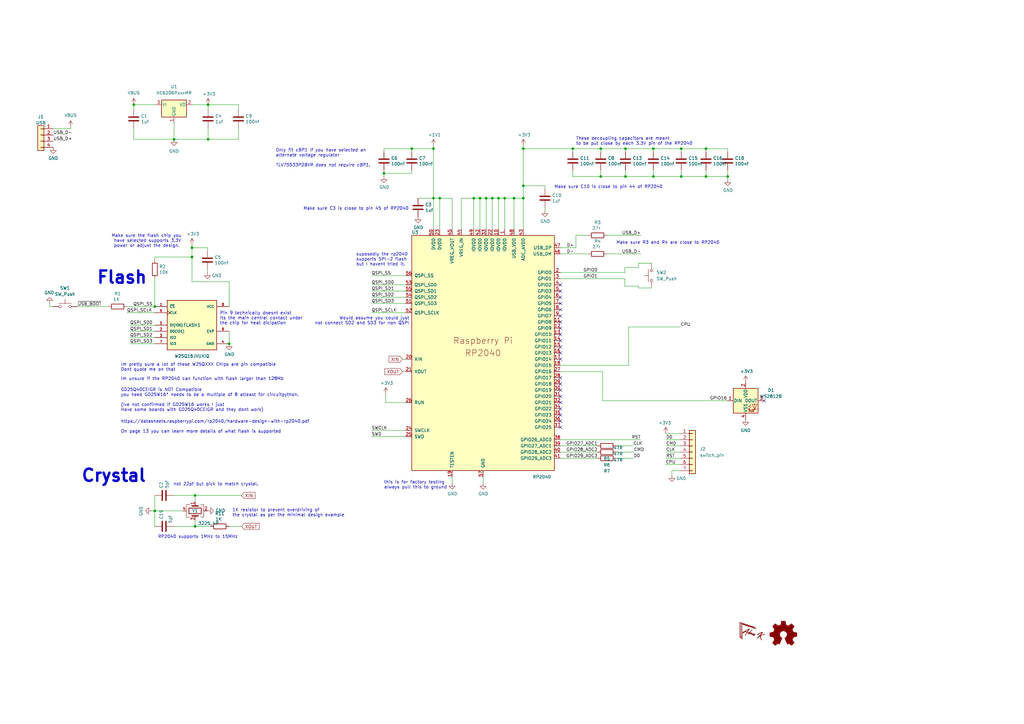
<source format=kicad_sch>
(kicad_sch (version 20230121) (generator eeschema)
  (paper "A3")
  (title_block (title "Raspberry Pi Pico Clone") (date "2020-12-18") (rev "REV1") (company "Envious.Design"))
  (lib_symbols
    (symbol "Connector_Generic:Conn_01x04" (pin_names (offset 1.016) hide)
      (property "Reference" "J" (at 0 5.08 0))
      (property "Value" "Conn_01x04" (at 0 -7.62 0))
      (symbol "Conn_01x04_1_1"
        (pin passive line (at -5.08 2.54 0) (length 3.81) (name "Pin_1") (number "1"))
        (pin passive line (at -5.08 0 0) (length 3.81) (name "Pin_2") (number "2"))
        (pin passive line (at -5.08 -2.54 0) (length 3.81) (name "Pin_3") (number "3"))
        (pin passive line (at -5.08 -5.08 0) (length 3.81) (name "Pin_4") (number "4"))
      )
    )
    (symbol "Connector_Generic:Conn_01x07" (pin_names (offset 1.016) hide)
      (property "Reference" "J" (at 0 10.16 0))
      (property "Value" "Conn_01x07" (at 0 -10.16 0))
      (symbol "Conn_01x07_1_1"
        (pin passive line (at -5.08 7.62 0) (length 3.81) (name "Pin_1") (number "1"))
        (pin passive line (at -5.08 5.08 0) (length 3.81) (name "Pin_2") (number "2"))
        (pin passive line (at -5.08 2.54 0) (length 3.81) (name "Pin_3") (number "3"))
        (pin passive line (at -5.08 0 0) (length 3.81) (name "Pin_4") (number "4"))
        (pin passive line (at -5.08 -2.54 0) (length 3.81) (name "Pin_5") (number "5"))
        (pin passive line (at -5.08 -5.08 0) (length 3.81) (name "Pin_6") (number "6"))
        (pin passive line (at -5.08 -7.62 0) (length 3.81) (name "Pin_7") (number "7"))
      )
    )
    (symbol "Device:C" (pin_numbers hide) (pin_names (offset 0.254))
      (property "Reference" "C" (at 0.635 2.54 0))
      (property "Value" "C" (at 0.635 -2.54 0))
      (symbol "C_1_1"
        (pin passive line (at 0 3.81 270) (length 2.794) (name "~") (number "1"))
        (pin passive line (at 0 -3.81 90) (length 2.794) (name "~") (number "2"))
      )
    )
    (symbol "Device:Crystal_GND24" (pin_names (offset 1.016) hide)
      (property "Reference" "Y" (at 3.175 5.08 0))
      (property "Value" "Crystal_GND24" (at 3.175 3.175 0))
      (symbol "Crystal_GND24_1_1"
        (pin passive line (at -3.81 0 0) (length 1.27) (name "1") (number "1"))
        (pin passive line (at 0 5.08 270) (length 1.27) (name "2") (number "2"))
        (pin passive line (at 3.81 0 180) (length 1.27) (name "3") (number "3"))
        (pin passive line (at 0 -5.08 90) (length 1.27) (name "4") (number "4"))
      )
    )
    (symbol "Device:R" (pin_numbers hide) (pin_names (offset 0))
      (property "Reference" "R" (at 2.032 0 90))
      (property "Value" "R" (at 0 0 90))
      (symbol "R_1_1"
        (pin passive line (at 0 3.81 270) (length 1.27) (name "~") (number "1"))
        (pin passive line (at 0 -3.81 90) (length 1.27) (name "~") (number "2"))
      )
    )
    (symbol "Graphic:Logo_Open_Hardware_Small" (pin_names (offset 1.016)))
    (symbol "LED:WS2812B" (pin_names (offset 0.254))
      (property "Reference" "D1" (at 10.414 4.3307 0))
      (property "Value" "WS2812B" (at 10.414 1.7907 0))
      (symbol "WS2812B_0_0"
        (text "RGB" (at 2.286 -4.191 0) (effects (font (size 0.762 0.762))))
      )
      (symbol "WS2812B_1_1"
        (pin input line (at -7.62 0 0) (length 2.54) (name "DIN") (number "1"))
        (pin power_in line (at 0 7.62 270) (length 2.54) (name "VDD") (number "2"))
        (pin output line (at 7.62 0 180) (length 2.54) (name "DOUT") (number "3"))
        (pin power_in line (at 0 -7.62 90) (length 2.54) (name "VSS") (number "4"))
      )
    )
    (symbol "MCU_RaspberryPi_RP2040:RP2040" (pin_names (offset 1.016))
      (property "Reference" "U" (at -29.21 49.53 0))
      (property "Value" "RP2040" (at 24.13 -49.53 0))
      (symbol "RP2040_0_0"
        (text "Raspberry Pi" (at 0 5.08 0) (effects (font (size 2.54 2.54))))
        (text "RP2040" (at 0 0 0) (effects (font (size 2.54 2.54))))
      )
      (symbol "RP2040_1_1"
        (pin power_in line (at 8.89 50.8 270) (length 2.54) (name "IOVDD") (number "1"))
        (pin power_in line (at 6.35 50.8 270) (length 2.54) (name "IOVDD") (number "10"))
        (pin bidirectional line (at 31.75 12.7 180) (length 2.54) (name "GPIO8") (number "11"))
        (pin bidirectional line (at 31.75 10.16 180) (length 2.54) (name "GPIO9") (number "12"))
        (pin bidirectional line (at 31.75 7.62 180) (length 2.54) (name "GPIO10") (number "13"))
        (pin bidirectional line (at 31.75 5.08 180) (length 2.54) (name "GPIO11") (number "14"))
        (pin bidirectional line (at 31.75 2.54 180) (length 2.54) (name "GPIO12") (number "15"))
        (pin bidirectional line (at 31.75 0 180) (length 2.54) (name "GPIO13") (number "16"))
        (pin bidirectional line (at 31.75 -2.54 180) (length 2.54) (name "GPIO14") (number "17"))
        (pin bidirectional line (at 31.75 -5.08 180) (length 2.54) (name "GPIO15") (number "18"))
        (pin passive line (at -12.7 -50.8 90) (length 2.54) (name "TESTEN") (number "19"))
        (pin bidirectional line (at 31.75 33.02 180) (length 2.54) (name "GPIO0") (number "2"))
        (pin input line (at -31.75 -2.54 0) (length 2.54) (name "XIN") (number "20"))
        (pin passive line (at -31.75 -7.62 0) (length 2.54) (name "XOUT") (number "21"))
        (pin power_in line (at 3.81 50.8 270) (length 2.54) (name "IOVDD") (number "22"))
        (pin power_in line (at -17.78 50.8 270) (length 2.54) (name "DVDD") (number "23"))
        (pin output line (at -31.75 -31.75 0) (length 2.54) (name "SWCLK") (number "24"))
        (pin bidirectional line (at -31.75 -34.29 0) (length 2.54) (name "SWD") (number "25"))
        (pin input line (at -31.75 -20.32 0) (length 2.54) (name "RUN") (number "26"))
        (pin bidirectional line (at 31.75 -7.62 180) (length 2.54) (name "GPIO16") (number "27"))
        (pin bidirectional line (at 31.75 -10.16 180) (length 2.54) (name "GPIO17") (number "28"))
        (pin bidirectional line (at 31.75 -12.7 180) (length 2.54) (name "GPIO18") (number "29"))
        (pin bidirectional line (at 31.75 30.48 180) (length 2.54) (name "GPIO1") (number "3"))
        (pin bidirectional line (at 31.75 -15.24 180) (length 2.54) (name "GPIO19") (number "30"))
        (pin bidirectional line (at 31.75 -17.78 180) (length 2.54) (name "GPIO20") (number "31"))
        (pin bidirectional line (at 31.75 -20.32 180) (length 2.54) (name "GPIO21") (number "32"))
        (pin power_in line (at 1.27 50.8 270) (length 2.54) (name "IOVDD") (number "33"))
        (pin bidirectional line (at 31.75 -22.86 180) (length 2.54) (name "GPIO22") (number "34"))
        (pin bidirectional line (at 31.75 -25.4 180) (length 2.54) (name "GPIO23") (number "35"))
        (pin bidirectional line (at 31.75 -27.94 180) (length 2.54) (name "GPIO24") (number "36"))
        (pin bidirectional line (at 31.75 -30.48 180) (length 2.54) (name "GPIO25") (number "37"))
        (pin bidirectional line (at 31.75 -35.56 180) (length 2.54) (name "GPIO26_ADC0") (number "38"))
        (pin bidirectional line (at 31.75 -38.1 180) (length 2.54) (name "GPIO27_ADC1") (number "39"))
        (pin bidirectional line (at 31.75 27.94 180) (length 2.54) (name "GPIO2") (number "4"))
        (pin bidirectional line (at 31.75 -40.64 180) (length 2.54) (name "GPIO28_ADC2") (number "40"))
        (pin bidirectional line (at 31.75 -43.18 180) (length 2.54) (name "GPIO29_ADC3") (number "41"))
        (pin power_in line (at -1.27 50.8 270) (length 2.54) (name "IOVDD") (number "42"))
        (pin power_in line (at 16.51 50.8 270) (length 2.54) (name "ADC_AVDD") (number "43"))
        (pin power_in line (at -8.89 50.8 270) (length 2.54) (name "VREG_IN") (number "44"))
        (pin power_out line (at -12.7 50.8 270) (length 2.54) (name "VREG_VOUT") (number "45"))
        (pin bidirectional line (at 31.75 40.64 180) (length 2.54) (name "USB_DM") (number "46"))
        (pin bidirectional line (at 31.75 43.18 180) (length 2.54) (name "USB_DP") (number "47"))
        (pin power_in line (at 12.7 50.8 270) (length 2.54) (name "USB_VDD") (number "48"))
        (pin power_in line (at -3.81 50.8 270) (length 2.54) (name "IOVDD") (number "49"))
        (pin bidirectional line (at 31.75 25.4 180) (length 2.54) (name "GPIO3") (number "5"))
        (pin power_in line (at -20.32 50.8 270) (length 2.54) (name "DVDD") (number "50"))
        (pin bidirectional line (at -31.75 20.32 0) (length 2.54) (name "QSPI_SD3") (number "51"))
        (pin output line (at -31.75 16.51 0) (length 2.54) (name "QSPI_SCLK") (number "52"))
        (pin bidirectional line (at -31.75 27.94 0) (length 2.54) (name "QSPI_SD0") (number "53"))
        (pin bidirectional line (at -31.75 22.86 0) (length 2.54) (name "QSPI_SD2") (number "54"))
        (pin bidirectional line (at -31.75 25.4 0) (length 2.54) (name "QSPI_SD1") (number "55"))
        (pin bidirectional line (at -31.75 31.75 0) (length 2.54) (name "QSPI_SS") (number "56"))
        (pin power_in line (at 0 -50.8 90) (length 2.54) (name "GND") (number "57"))
        (pin bidirectional line (at 31.75 22.86 180) (length 2.54) (name "GPIO4") (number "6"))
        (pin bidirectional line (at 31.75 20.32 180) (length 2.54) (name "GPIO5") (number "7"))
        (pin bidirectional line (at 31.75 17.78 180) (length 2.54) (name "GPIO6") (number "8"))
        (pin bidirectional line (at 31.75 15.24 180) (length 2.54) (name "GPIO7") (number "9"))
      )
    )
    (symbol "Regulator_Linear:XC6206PxxxMR" (pin_names (offset 0.254))
      (property "Reference" "U" (at -3.81 3.175 0))
      (property "Value" "XC6206PxxxMR" (at 0 3.175 0))
      (symbol "XC6206PxxxMR_1_1"
        (pin power_in line (at 0 -7.62 90) (length 2.54) (name "GND") (number "1"))
        (pin power_out line (at 7.62 0 180) (length 2.54) (name "VO") (number "2"))
        (pin power_in line (at -7.62 0 0) (length 2.54) (name "VI") (number "3"))
      )
    )
    (symbol "Switch:SW_Push" (pin_numbers hide) (pin_names (offset 1.016) hide)
      (property "Reference" "SW" (at 1.27 2.54 0))
      (property "Value" "SW_Push" (at 0 -1.524 0))
      (symbol "SW_Push_0_1"
        (pin passive line (at -5.08 0 0) (length 2.54) (name "1") (number "1"))
        (pin passive line (at 5.08 0 180) (length 2.54) (name "2") (number "2"))
      )
    )
    (symbol "W25Q256JVEIQ_TR:W25Q256JVEIQ_TR" (pin_names (offset 1.016))
      (property "Reference" "U" (at -10.16 10.668 0))
      (property "Value" "W25Q256JVEIQ_TR" (at -10.16 -13.208 0))
      (symbol "W25Q256JVEIQ_TR_0_0"
        (pin input line (at -15.24 7.62 0) (length 5.08) (name "~{CS}") (number "1"))
        (pin bidirectional line (at -15.24 -2.54 0) (length 5.08) (name "DO(IO1)") (number "2"))
        (pin bidirectional line (at -15.24 -5.08 0) (length 5.08) (name "IO2") (number "3"))
        (pin power_in line (at 15.24 -7.62 180) (length 5.08) (name "GND") (number "4"))
        (pin bidirectional line (at -15.24 0 0) (length 5.08) (name "DI(IO0)") (number "5"))
        (pin input clock (at -15.24 5.08 0) (length 5.08) (name "CLK") (number "6"))
        (pin bidirectional line (at -15.24 -7.62 0) (length 5.08) (name "IO3") (number "7"))
        (pin power_in line (at 15.24 7.62 180) (length 5.08) (name "VCC") (number "8"))
        (pin power_in line (at 15.24 -2.54 180) (length 5.08) (name "EXP") (number "9"))
      )
    )
    (symbol "logo:LOGO" (pin_names (offset 1.016)))
    (symbol "power:+1V1" (power) (pin_names (offset 0))
      (property "Value" "+1V1" (at 0 3.556 0))
      (symbol "+1V1_1_1"
        (pin power_in line (at 0 0 90) (length 0) hide (name "+1V1") (number "1"))
      )
    )
    (symbol "power:+3V3" (power) (pin_names (offset 0))
      (property "Value" "+3V3" (at 0 3.556 0))
      (symbol "+3V3_1_1"
        (pin power_in line (at 0 0 90) (length 0) hide (name "+3V3") (number "1"))
      )
    )
    (symbol "power:GND" (power) (pin_names (offset 0))
      (property "Value" "GND" (at 0 -3.81 0))
      (symbol "GND_1_1"
        (pin power_in line (at 0 0 270) (length 0) hide (name "GND") (number "1"))
      )
    )
    (symbol "power:VBUS" (power) (pin_names (offset 0))
      (property "Value" "VBUS" (at 0 3.81 0))
      (symbol "VBUS_1_1"
        (pin power_in line (at 0 0 90) (length 0) hide (name "VBUS") (number "1"))
      )
    )
  )
  (junction (at 256.54 72.39))
  (junction (at 201.93 81.28))
  (junction (at 267.97 60.96))
  (junction (at 298.45 72.39))
  (junction (at 210.82 81.28))
  (junction (at 204.47 81.28))
  (junction (at 180.34 81.28))
  (junction (at 80.01 203.2))
  (junction (at 207.01 81.28))
  (junction (at 256.54 60.96))
  (junction (at 93.98 140.97))
  (junction (at 177.8 60.96))
  (junction (at 194.31 81.28))
  (junction (at 289.56 72.39))
  (junction (at 177.8 81.28))
  (junction (at 78.74 105.41))
  (junction (at 279.4 72.39))
  (junction (at 196.85 81.28))
  (junction (at 214.63 60.96))
  (junction (at 157.48 71.12))
  (junction (at 54.864 42.926))
  (junction (at 246.38 60.96))
  (junction (at 63.5 209.55))
  (junction (at 246.38 72.39))
  (junction (at 267.97 72.39))
  (junction (at 85.344 57.15))
  (junction (at 214.63 81.28))
  (junction (at 289.56 60.96))
  (junction (at 214.63 76.2))
  (junction (at 71.374 57.15))
  (junction (at 168.91 60.96))
  (junction (at 199.39 81.28))
  (junction (at 80.01 215.9))
  (junction (at 279.4 60.96))
  (junction (at 63.5 125.73))
  (junction (at 78.74 101.6))
  (junction (at 234.95 60.96))
  (junction (at 85.344 42.926))
  (no_connect (at 313.436 164.338))
  (no_connect (at 229.87 160.02))
  (no_connect (at 229.87 162.56))
  (no_connect (at 229.87 165.1))
  (no_connect (at 229.87 167.64))
  (no_connect (at 229.87 170.18))
  (no_connect (at 229.87 172.72))
  (no_connect (at 229.87 175.26))
  (no_connect (at 229.87 154.94))
  (no_connect (at 229.87 157.48))
  (no_connect (at 229.87 116.84))
  (no_connect (at 229.87 119.38))
  (no_connect (at 229.87 121.92))
  (no_connect (at 229.87 124.46))
  (no_connect (at 229.87 127))
  (no_connect (at 229.87 129.54))
  (no_connect (at 229.87 132.08))
  (no_connect (at 229.87 137.16))
  (no_connect (at 229.87 139.7))
  (no_connect (at 229.87 142.24))
  (no_connect (at 229.87 144.78))
  (no_connect (at 229.87 147.32))
  (no_connect (at 229.87 134.62))
  (wire (pts (xy 177.8 81.28) (xy 171.45 81.28)))
  (wire (pts (xy 252.73 182.88) (xy 259.715 182.88)))
  (wire (pts (xy 257.81 134.112) (xy 257.81 149.86)))
  (wire (pts (xy 63.5 209.55) (xy 62.23 209.55)))
  (wire (pts (xy 214.63 81.28) (xy 214.63 93.98)))
  (wire (pts (xy 158.242 161.544) (xy 158.242 165.1)))
  (wire (pts (xy 93.98 125.73) (xy 93.98 115.57)))
  (wire (pts (xy 298.196 164.338) (xy 247.142 164.338)))
  (wire (pts (xy 21.59 125.73) (xy 20.32 125.73)))
  (wire (pts (xy 71.374 57.15) (xy 71.374 50.546)))
  (wire (pts (xy 273.177 187.96) (xy 278.892 187.96)))
  (wire (pts (xy 80.01 203.2) (xy 99.06 203.2)))
  (wire (pts (xy 97.79 42.926) (xy 97.79 44.958)))
  (wire (pts (xy 272.923 190.5) (xy 278.892 190.5)))
  (wire (pts (xy 229.87 187.96) (xy 245.11 187.96)))
  (wire (pts (xy 78.74 105.41) (xy 78.74 115.57)))
  (wire (pts (xy 261.874 109.728) (xy 256.286 109.728)))
  (wire (pts (xy 78.74 115.57) (xy 93.98 115.57)))
  (wire (pts (xy 157.48 71.12) (xy 168.91 71.12)))
  (wire (pts (xy 214.63 60.96) (xy 214.63 76.2)))
  (wire (pts (xy 279.4 62.23) (xy 279.4 60.96)))
  (wire (pts (xy 157.48 71.12) (xy 157.48 72.39)))
  (wire (pts (xy 236.22 96.52) (xy 236.22 101.6)))
  (wire (pts (xy 185.42 195.58) (xy 185.42 198.12)))
  (wire (pts (xy 267.97 60.96) (xy 279.4 60.96)))
  (wire (pts (xy 93.98 140.97) (xy 93.98 135.89)))
  (wire (pts (xy 229.87 180.34) (xy 262.763 180.34)))
  (wire (pts (xy 185.42 93.98) (xy 185.42 81.28)))
  (wire (pts (xy 236.22 96.52) (xy 241.3 96.52)))
  (wire (pts (xy 166.37 179.07) (xy 152.4 179.07)))
  (wire (pts (xy 185.42 81.28) (xy 180.34 81.28)))
  (wire (pts (xy 165.1 147.32) (xy 166.37 147.32)))
  (wire (pts (xy 166.37 128.27) (xy 152.4 128.27)))
  (wire (pts (xy 152.4 121.92) (xy 166.37 121.92)))
  (wire (pts (xy 267.208 107.95) (xy 261.874 107.95)))
  (wire (pts (xy 279.4 60.96) (xy 289.56 60.96)))
  (wire (pts (xy 52.07 125.73) (xy 63.5 125.73)))
  (wire (pts (xy 229.87 104.14) (xy 241.3 104.14)))
  (wire (pts (xy 273.177 185.42) (xy 278.892 185.42)))
  (wire (pts (xy 223.52 85.09) (xy 223.52 86.36)))
  (wire (pts (xy 189.23 81.28) (xy 194.31 81.28)))
  (wire (pts (xy 273.177 180.34) (xy 278.892 180.34)))
  (wire (pts (xy 275.59 193.04) (xy 275.59 194.945)))
  (wire (pts (xy 214.63 76.2) (xy 223.52 76.2)))
  (wire (pts (xy 194.31 93.98) (xy 194.31 81.28)))
  (wire (pts (xy 63.5 114.3) (xy 63.5 125.73)))
  (wire (pts (xy 63.5 215.9) (xy 63.5 209.55)))
  (wire (pts (xy 97.79 52.578) (xy 97.79 57.15)))
  (wire (pts (xy 246.38 72.39) (xy 256.54 72.39)))
  (wire (pts (xy 152.4 116.84) (xy 166.37 116.84)))
  (wire (pts (xy 256.54 69.85) (xy 256.54 72.39)))
  (wire (pts (xy 261.874 118.11) (xy 261.874 117.348)))
  (wire (pts (xy 157.48 69.85) (xy 157.48 71.12)))
  (wire (pts (xy 54.864 52.578) (xy 54.864 57.15)))
  (wire (pts (xy 78.74 100.33) (xy 78.74 101.6)))
  (wire (pts (xy 248.92 96.52) (xy 262.89 96.52)))
  (wire (pts (xy 246.38 62.23) (xy 246.38 60.96)))
  (wire (pts (xy 63.5 106.68) (xy 63.5 105.41)))
  (wire (pts (xy 289.56 60.96) (xy 289.56 62.23)))
  (wire (pts (xy 194.31 81.28) (xy 196.85 81.28)))
  (wire (pts (xy 177.8 60.96) (xy 177.8 81.28)))
  (wire (pts (xy 85.344 42.926) (xy 85.344 44.958)))
  (wire (pts (xy 201.93 93.98) (xy 201.93 81.28)))
  (wire (pts (xy 189.23 93.98) (xy 189.23 81.28)))
  (wire (pts (xy 157.48 60.96) (xy 168.91 60.96)))
  (wire (pts (xy 234.95 60.96) (xy 246.38 60.96)))
  (wire (pts (xy 246.38 60.96) (xy 256.54 60.96)))
  (wire (pts (xy 180.34 81.28) (xy 177.8 81.28)))
  (wire (pts (xy 229.87 111.76) (xy 256.286 111.76)))
  (wire (pts (xy 229.87 182.88) (xy 245.11 182.88)))
  (wire (pts (xy 267.97 62.23) (xy 267.97 60.96)))
  (wire (pts (xy 78.74 101.6) (xy 78.74 105.41)))
  (wire (pts (xy 246.38 72.39) (xy 246.38 69.85)))
  (wire (pts (xy 267.97 72.39) (xy 256.54 72.39)))
  (wire (pts (xy 256.286 114.3) (xy 256.286 117.348)))
  (wire (pts (xy 85.344 52.578) (xy 85.344 57.15)))
  (wire (pts (xy 210.82 93.98) (xy 210.82 81.28)))
  (wire (pts (xy 168.91 60.96) (xy 177.8 60.96)))
  (wire (pts (xy 234.95 69.85) (xy 234.95 72.39)))
  (wire (pts (xy 71.12 203.2) (xy 80.01 203.2)))
  (wire (pts (xy 214.63 60.96) (xy 234.95 60.96)))
  (wire (pts (xy 234.95 62.23) (xy 234.95 60.96)))
  (wire (pts (xy 267.97 69.85) (xy 267.97 72.39)))
  (wire (pts (xy 78.994 42.926) (xy 85.344 42.926)))
  (wire (pts (xy 229.87 185.42) (xy 245.11 185.42)))
  (wire (pts (xy 86.36 215.9) (xy 80.01 215.9)))
  (wire (pts (xy 273.05 177.8) (xy 278.892 177.8)))
  (wire (pts (xy 97.79 57.15) (xy 85.344 57.15)))
  (wire (pts (xy 252.73 187.96) (xy 259.842 187.96)))
  (wire (pts (xy 267.208 118.11) (xy 261.874 118.11)))
  (wire (pts (xy 278.892 193.04) (xy 275.59 193.04)))
  (wire (pts (xy 229.87 149.86) (xy 257.81 149.86)))
  (wire (pts (xy 54.864 42.926) (xy 54.864 44.958)))
  (wire (pts (xy 229.87 114.3) (xy 256.286 114.3)))
  (wire (pts (xy 252.73 185.42) (xy 259.969 185.42)))
  (wire (pts (xy 199.39 81.28) (xy 201.93 81.28)))
  (wire (pts (xy 207.01 81.28) (xy 210.82 81.28)))
  (wire (pts (xy 63.5 133.35) (xy 53.34 133.35)))
  (wire (pts (xy 247.142 164.338) (xy 247.142 152.4)))
  (wire (pts (xy 199.39 93.98) (xy 199.39 81.28)))
  (wire (pts (xy 289.56 69.85) (xy 289.56 72.39)))
  (wire (pts (xy 234.95 72.39) (xy 246.38 72.39)))
  (wire (pts (xy 52.07 128.27) (xy 63.5 128.27)))
  (wire (pts (xy 168.91 62.23) (xy 168.91 60.96)))
  (wire (pts (xy 298.45 73.66) (xy 298.45 72.39)))
  (wire (pts (xy 28.956 52.832) (xy 21.844 52.832)))
  (wire (pts (xy 256.286 117.348) (xy 261.874 117.348)))
  (wire (pts (xy 196.85 81.28) (xy 199.39 81.28)))
  (wire (pts (xy 85.09 102.87) (xy 85.09 101.6)))
  (wire (pts (xy 80.01 215.9) (xy 80.01 213.36)))
  (wire (pts (xy 204.47 81.28) (xy 207.01 81.28)))
  (wire (pts (xy 54.864 57.15) (xy 71.374 57.15)))
  (wire (pts (xy 289.56 60.96) (xy 298.45 60.96)))
  (wire (pts (xy 198.12 195.58) (xy 198.12 198.12)))
  (wire (pts (xy 44.45 125.73) (xy 31.75 125.73)))
  (wire (pts (xy 279.4 69.85) (xy 279.4 72.39)))
  (wire (pts (xy 28.956 52.07) (xy 28.956 52.832)))
  (wire (pts (xy 177.8 81.28) (xy 177.8 93.98)))
  (wire (pts (xy 223.52 77.47) (xy 223.52 76.2)))
  (wire (pts (xy 152.4 124.46) (xy 166.37 124.46)))
  (wire (pts (xy 80.01 215.9) (xy 71.12 215.9)))
  (wire (pts (xy 85.09 110.49) (xy 85.09 111.76)))
  (wire (pts (xy 257.81 134.112) (xy 279.146 134.112)))
  (wire (pts (xy 85.344 57.15) (xy 71.374 57.15)))
  (wire (pts (xy 85.09 101.6) (xy 78.74 101.6)))
  (wire (pts (xy 152.4 119.38) (xy 166.37 119.38)))
  (wire (pts (xy 256.54 62.23) (xy 256.54 60.96)))
  (wire (pts (xy 256.286 109.728) (xy 256.286 111.76)))
  (wire (pts (xy 166.37 113.03) (xy 152.4 113.03)))
  (wire (pts (xy 298.45 60.96) (xy 298.45 62.23)))
  (wire (pts (xy 214.63 59.69) (xy 214.63 60.96)))
  (wire (pts (xy 63.5 209.55) (xy 63.5 203.2)))
  (wire (pts (xy 158.242 165.1) (xy 166.37 165.1)))
  (wire (pts (xy 248.92 104.14) (xy 262.89 104.14)))
  (wire (pts (xy 204.47 93.98) (xy 204.47 81.28)))
  (wire (pts (xy 196.85 93.98) (xy 196.85 81.28)))
  (wire (pts (xy 177.8 59.69) (xy 177.8 60.96)))
  (wire (pts (xy 256.54 60.96) (xy 267.97 60.96)))
  (wire (pts (xy 201.93 81.28) (xy 204.47 81.28)))
  (wire (pts (xy 63.5 209.55) (xy 74.93 209.55)))
  (wire (pts (xy 63.754 42.926) (xy 54.864 42.926)))
  (wire (pts (xy 247.142 152.4) (xy 229.87 152.4)))
  (wire (pts (xy 261.874 107.95) (xy 261.874 109.728)))
  (wire (pts (xy 63.5 138.43) (xy 53.34 138.43)))
  (wire (pts (xy 80.01 205.74) (xy 80.01 203.2)))
  (wire (pts (xy 289.56 72.39) (xy 298.45 72.39)))
  (wire (pts (xy 207.01 81.28) (xy 207.01 93.98)))
  (wire (pts (xy 157.48 62.23) (xy 157.48 60.96)))
  (wire (pts (xy 273.177 182.88) (xy 278.892 182.88)))
  (wire (pts (xy 289.56 72.39) (xy 279.4 72.39)))
  (wire (pts (xy 214.63 76.2) (xy 214.63 81.28)))
  (wire (pts (xy 210.82 81.28) (xy 214.63 81.28)))
  (wire (pts (xy 168.91 71.12) (xy 168.91 69.85)))
  (wire (pts (xy 166.37 176.53) (xy 152.4 176.53)))
  (wire (pts (xy 298.45 69.85) (xy 298.45 72.39)))
  (wire (pts (xy 279.4 72.39) (xy 267.97 72.39)))
  (wire (pts (xy 93.98 215.9) (xy 99.06 215.9)))
  (wire (pts (xy 20.32 125.73) (xy 20.32 124.46)))
  (wire (pts (xy 166.37 152.4) (xy 165.1 152.4)))
  (wire (pts (xy 85.344 42.926) (xy 97.79 42.926)))
  (wire (pts (xy 63.5 140.97) (xy 53.34 140.97)))
  (wire (pts (xy 229.87 101.6) (xy 236.22 101.6)))
  (wire (pts (xy 63.5 105.41) (xy 78.74 105.41)))
  (wire (pts (xy 180.34 93.98) (xy 180.34 81.28)))
  (wire (pts (xy 53.34 135.89) (xy 63.5 135.89)))
  (text "GD25Q40CEIGR is NOT Compatible\nyou need GD25W16* needs to be a multiple of 8 atleast for circuitpython.\n\n(Ive not confirmed if GD25W16 works I just \nHave some boards with GD25Q40CEIGR and they dont work)" (at 49.53 168.91 0) (effects (font (size 1.27 1.27)) (justify left bottom)))
  (text "https://datasheets.raspberrypi.com/rp2040/hardware-design-with-rp2040.pdf\n\nOn page 13 you can learn more details of what flash is supported\n" (at 49.53 177.8 0) (effects (font (size 1.27 1.27)) (justify left bottom)))
  (text "Only fit cBP1 if you have selected an \nalternate voltage regulator\n\nTLV75533PDBVR does not require cBP1." (at 113.03 68.58 0) (effects (font (size 1.27 1.27) italic) (justify left bottom)))
  (text "Pin 9 technically doesnt exist\nits the main central contact under\nthe chip for heat dicipation" (at 90.17 133.35 0) (effects (font (size 1.27 1.27)) (justify left bottom)))
  (text "Make sure R3 and R4 are close to RP2040" (at 252.73 100.33 0) (effects (font (size 1.27 1.27)) (justify left bottom)))
  (text "this is for factory testing\nalways pull this to ground" (at 157.48 200.66 0) (effects (font (size 1.27 1.27)) (justify left bottom)))
  (text "Im unsure if the RP2040 can function with flash larger than 128Mb" (at 49.53 156.21 0) (effects (font (size 1.27 1.27)) (justify left bottom)))
  (text "Would assume you could just\nnot connect SD2 and SD3 for non QSPI" (at 167.894 133.35 0) (effects (font (size 1.27 1.27)) (justify right bottom)))
  (text "These decoupling capacitors are meant\nto be put close by each 3.3V pin of the RP2040" (at 236.22 59.69 0) (effects (font (size 1.27 1.27)) (justify left bottom)))
  (text "Flash" (at 39.37 116.84 0) (effects (font (size 5.0038 5.0038) (thickness 1.0008) bold) (justify left bottom)))
  (text "Im pretty sure a lot of these W25QXXX Chips are pin compatible\nDont quote me on that" (at 49.53 152.4 0) (effects (font (size 1.27 1.27)) (justify left bottom)))
  (text "not 22pf but pick to match crystal." (at 71.12 199.39 0) (effects (font (size 1.27 1.27)) (justify left bottom)))
  (text "suposedly the rp2040\nsupports SPI-2 flash\nbut I havent tried it.\n" (at 146.05 109.22 0) (effects (font (size 1.27 1.27)) (justify left bottom)))
  (text "1K resistor to prevent overdriving of \nthe crystal as per the minimal design example" (at 95.25 212.09 0) (effects (font (size 1.27 1.27)) (justify left bottom)))
  (text "RP2040 supports 1MHz to 15MHz" (at 64.77 220.98 0) (effects (font (size 1.27 1.27)) (justify left bottom)))
  (text "Make sure the flash chip you\n have selected supports 3.3V\n power or adjust the design." (at 45.72 101.6 0) (effects (font (size 1.27 1.27)) (justify left bottom)))
  (text "Crystal" (at 33.02 198.12 0) (effects (font (size 5.0038 5.0038) (thickness 1.0008) bold) (justify left bottom)))
  (text "Make sure C3 is close to pin 45 of RP2040" (at 167.64 86.36 0) (effects (font (size 1.27 1.27)) (justify right bottom)))
  (text "Make sure C10 is close to pin 44 of RP2040" (at 227.33 77.47 0) (effects (font (size 1.27 1.27)) (justify left bottom)))
  (label "GPIO27_ADC1" (at 245.11 182.88 180))
  (label "QSPI_SS" (at 152.4 113.03 0))
  (label "QSPI_SD1" (at 53.34 135.89 0))
  (label "D0" (at 273.177 180.34 0))
  (label "D-" (at 232.41 104.14 0))
  (label "CMD" (at 259.969 185.42 0))
  (label "GPIO28_ADC2" (at 245.11 185.42 180))
  (label "QSPI_SD3" (at 152.4 124.46 0))
  (label "SWCLK" (at 152.4 176.53 0))
  (label "~{USB_BOOT}" (at 31.75 125.73 0))
  (label "RST" (at 262.763 180.34 180))
  (label "GPIO0" (at 245.11 111.76 180))
  (label "QSPI_SD0" (at 53.34 133.35 0))
  (label "USB_D+" (at 21.844 57.912 0))
  (label "USB_D-" (at 262.89 104.14 180))
  (label "QSPI_SS" (at 54.61 125.73 0))
  (label "D0" (at 259.842 187.96 0))
  (label "QSPI_SD0" (at 152.4 116.84 0))
  (label "CMD" (at 273.177 182.88 0))
  (label "GPIO16" (at 298.196 164.338 180))
  (label "SWD" (at 152.4 179.07 0))
  (label "CPU" (at 273.05 190.5 0))
  (label "QSPI_SCLK" (at 52.07 128.27 0))
  (label "RST" (at 273.177 187.96 0))
  (label "USB_D+" (at 262.89 96.52 180))
  (label "QSPI_SD3" (at 53.34 140.97 0))
  (label "CLK" (at 259.715 182.88 0))
  (label "CLK" (at 273.177 185.42 0))
  (label "USB_D-" (at 21.844 55.372 0))
  (label "QSPI_SD1" (at 152.4 119.38 0))
  (label "QSPI_SCLK" (at 152.4 128.27 0))
  (label "GPIO29_ADC3" (at 245.11 187.96 180))
  (label "D+" (at 232.41 101.6 0))
  (label "CPU" (at 279.146 134.112 0))
  (label "QSPI_SD2" (at 152.4 121.92 0))
  (label "QSPI_SD2" (at 53.34 138.43 0))
  (label "GPIO1" (at 245.11 114.3 180))
  (global_label "XIN" (shape input) (at 165.1 147.32 180) (property "Intersheetrefs" "${INTERSHEET_REFS}" (effects hide)))
  (global_label "XIN" (shape input) (at 99.06 203.2 0) (property "Intersheetrefs" "${INTERSHEET_REFS}" (effects hide)))
  (global_label "XOUT" (shape input) (at 99.06 215.9 0) (property "Intersheetrefs" "${INTERSHEET_REFS}" (effects hide)))
  (global_label "XOUT" (shape input) (at 165.1 152.4 180) (property "Intersheetrefs" "${INTERSHEET_REFS}" (effects hide)))
  (symbol (lib_id "MCU_RaspberryPi_RP2040:RP2040") (at 198.12 144.78 0) (unit 1)
    (property "Reference" "U3" (at 170.18 95.25 0))
    (property "Value" "RP2040" (at 222.25 195.58 0))
    (property "Footprint" "RP2040:RP2040-QFN-56" (effects hide))
    (property "LCSC" " C2040" (effects hide))
  )
  (symbol (lib_id "Device:C") (at 67.31 203.2 90) (unit 1)
    (property "Reference" "C2" (at 66.1416 200.279 0) (effects (justify left)))
    (property "Value" "5pf " (at 68.453 200.279 0) (effects (justify left)))
    (property "Footprint" "Capacitor_SMD:C_0402_1005Metric" (effects hide))
    (property "LCSC" " " (effects hide))
  )
  (symbol (lib_id "power:+3V3") (at 78.74 100.33 0) (unit 1)
    (property "Reference" "#PWR07" (effects hide))
    (property "Value" "+3V3" (at 79.121 95.9358 0))
  )
  (symbol (lib_id "Device:R") (at 63.5 110.49 0) (unit 1)
    (property "Reference" "R2" (at 65.278 109.3216 0) (effects (justify left)))
    (property "Value" "10K " (at 65.278 111.633 0) (effects (justify left)))
    (property "Footprint" "Resistor_SMD:R_0402_1005Metric" (effects hide))
    (property "LCSC" "  " (effects hide))
  )
  (symbol (lib_id "Device:R") (at 48.26 125.73 270) (unit 1)
    (property "Reference" "R1" (at 48.26 120.4722 90))
    (property "Value" "1K " (at 48.26 122.7836 90))
    (property "Footprint" "Resistor_SMD:R_0402_1005Metric" (effects hide))
    (property "LCSC" " " (effects hide))
  )
  (symbol (lib_id "Device:C") (at 85.09 106.68 0) (unit 1)
    (property "Reference" "C5" (at 88.011 105.5116 0) (effects (justify left)))
    (property "Value" "100nf " (at 88.011 107.823 0) (effects (justify left)))
    (property "Footprint" "Capacitor_SMD:C_0402_1005Metric" (effects hide))
    (property "LCSC" " " (effects hide))
  )
  (symbol (lib_id "power:GND") (at 85.09 111.76 0) (unit 1)
    (property "Reference" "#PWR011" (effects hide))
    (property "Value" "GND" (at 88.9 113.03 0))
  )
  (symbol (lib_id "power:GND") (at 198.12 198.12 0) (unit 1)
    (property "Reference" "#PWR016" (effects hide))
    (property "Value" "GND" (at 198.247 202.5142 0))
  )
  (symbol (lib_id "power:GND") (at 185.42 198.12 0) (unit 1)
    (property "Reference" "#PWR015" (effects hide))
    (property "Value" "GND" (at 185.547 202.5142 0))
  )
  (symbol (lib_id "Device:R") (at 245.11 96.52 270) (unit 1)
    (property "Reference" "R3" (at 245.11 91.2622 90))
    (property "Value" "27r " (at 245.11 93.5736 90))
    (property "Footprint" "Resistor_SMD:R_0402_1005Metric" (effects hide))
    (property "LCSC" " " (effects hide))
  )
  (symbol (lib_id "Device:R") (at 245.11 104.14 270) (unit 1)
    (property "Reference" "R4" (at 245.11 98.8822 90))
    (property "Value" "27r " (at 245.11 101.1936 90))
    (property "Footprint" "Resistor_SMD:R_0402_1005Metric" (effects hide))
    (property "LCSC" " " (effects hide))
  )
  (symbol (lib_id "power:+3V3") (at 214.63 59.69 0) (unit 1)
    (property "Reference" "#PWR017" (effects hide))
    (property "Value" "+3V3" (at 215.011 55.2958 0))
  )
  (symbol (lib_id "power:+1V1") (at 177.8 59.69 0) (unit 1)
    (property "Reference" "#PWR014" (effects hide))
    (property "Value" "+1V1" (at 178.181 55.2958 0))
  )
  (symbol (lib_id "Device:C") (at 234.95 66.04 0) (unit 1)
    (property "Reference" "C11" (at 237.871 64.8716 0) (effects (justify left)))
    (property "Value" "100nf " (at 237.871 67.183 0) (effects (justify left)))
    (property "Footprint" "Capacitor_SMD:C_0402_1005Metric" (effects hide))
    (property "LCSC" " " (effects hide))
  )
  (symbol (lib_id "Device:C") (at 157.48 66.04 0) (unit 1)
    (property "Reference" "C6" (at 160.401 64.8716 0) (effects (justify left)))
    (property "Value" "100nf " (at 160.401 67.183 0) (effects (justify left)))
    (property "Footprint" "Capacitor_SMD:C_0402_1005Metric" (effects hide))
    (property "LCSC" " " (effects hide))
  )
  (symbol (lib_id "Device:C") (at 168.91 66.04 0) (unit 1)
    (property "Reference" "C7" (at 171.831 64.8716 0) (effects (justify left)))
    (property "Value" "100nf " (at 171.831 67.183 0) (effects (justify left)))
    (property "Footprint" "Capacitor_SMD:C_0402_1005Metric" (effects hide))
    (property "LCSC" " " (effects hide))
  )
  (symbol (lib_id "Device:C") (at 223.52 81.28 0) (unit 1)
    (property "Reference" "C10" (at 226.441 80.1116 0) (effects (justify left)))
    (property "Value" "1uf " (at 226.441 82.423 0) (effects (justify left)))
    (property "Footprint" "Capacitor_SMD:C_0402_1005Metric" (effects hide))
    (property "LCSC" " " (effects hide))
  )
  (symbol (lib_id "power:GND") (at 157.48 72.39 0) (unit 1)
    (property "Reference" "#PWR012" (effects hide))
    (property "Value" "GND" (at 157.607 76.7842 0))
  )
  (symbol (lib_id "power:GND") (at 223.52 86.36 0) (unit 1)
    (property "Reference" "#PWR018" (effects hide))
    (property "Value" "GND" (at 223.647 90.7542 0))
  )
  (symbol (lib_id "power:GND") (at 20.32 124.46 180) (unit 1)
    (property "Reference" "#PWR02" (effects hide))
    (property "Value" "GND" (at 20.193 120.0658 0))
  )
  (symbol (lib_id "logo:LOGO") (at 308.61 259.08 0) (unit 1)
    (property "Reference" "#G1" (effects hide))
    (property "Value" "LOGO" (effects hide))
    (property "Footprint" "EnvExtras:logo" (effects hide))
  )
  (symbol (lib_id "power:GND") (at 171.45 88.9 0) (unit 1)
    (property "Reference" "#PWR06" (effects hide))
    (property "Value" "GND" (at 171.577 93.2942 0))
  )
  (symbol (lib_id "Device:C") (at 171.45 85.09 0) (unit 1)
    (property "Reference" "C3" (at 174.371 83.9216 0) (effects (justify left)))
    (property "Value" "1uf " (at 174.371 86.233 0) (effects (justify left)))
    (property "Footprint" "Capacitor_SMD:C_0402_1005Metric" (effects hide))
    (property "LCSC" " " (effects hide))
  )
  (symbol (lib_id "Graphic:Logo_Open_Hardware_Small") (at 321.31 260.35 0) (unit 1)
    (property "Reference" "#LOGO1" (effects hide))
    (property "Value" "Logo_Open_Hardware_Small" (effects hide))
    (property "Footprint" "EnvExtras:logo" (effects hide))
  )
  (symbol (lib_id "power:GND") (at 93.98 140.97 0) (unit 1)
    (property "Reference" "#PWR0101" (effects hide))
    (property "Value" "GND" (at 94.107 145.3642 0))
  )
  (symbol (lib_id "Device:C") (at 246.38 66.04 0) (unit 1)
    (property "Reference" "C8" (at 249.301 64.8716 0) (effects (justify left)))
    (property "Value" "100nf " (at 249.301 67.183 0) (effects (justify left)))
    (property "Footprint" "Capacitor_SMD:C_0402_1005Metric" (effects hide))
    (property "LCSC" " " (effects hide))
  )
  (symbol (lib_id "W25Q256JVEIQ_TR:W25Q256JVEIQ_TR") (at 78.74 133.35 0) (unit 1)
    (property "Reference" "FLASH1" (at 78.74 133.35 0))
    (property "Value" "W25Q16JVUXIQ" (at 78.74 146.05 0))
    (property "Footprint" "Package_SON:USON-8_2x3mm_P0.5mm" (effects hide))
    (property "LCSC" "  " (effects hide))
  )
  (symbol (lib_id "Device:C") (at 279.4 66.04 0) (unit 1)
    (property "Reference" "C15" (at 282.321 64.8716 0) (effects (justify left)))
    (property "Value" "100nf " (at 282.321 67.183 0) (effects (justify left)))
    (property "Footprint" "Capacitor_SMD:C_0402_1005Metric" (effects hide))
    (property "LCSC" " " (effects hide))
  )
  (symbol (lib_id "Device:C") (at 267.97 66.04 0) (unit 1)
    (property "Reference" "C14" (at 270.891 64.8716 0) (effects (justify left)))
    (property "Value" "100nf " (at 270.891 67.183 0) (effects (justify left)))
    (property "Footprint" "Capacitor_SMD:C_0402_1005Metric" (effects hide))
    (property "LCSC" " " (effects hide))
  )
  (symbol (lib_id "Device:C") (at 256.54 66.04 0) (unit 1)
    (property "Reference" "C13" (at 259.461 64.8716 0) (effects (justify left)))
    (property "Value" "100nf " (at 259.461 67.183 0) (effects (justify left)))
    (property "Footprint" "Capacitor_SMD:C_0402_1005Metric" (effects hide))
    (property "LCSC" " " (effects hide))
  )
  (symbol (lib_id "power:GND") (at 298.45 73.66 0) (unit 1)
    (property "Reference" "#PWR08" (effects hide))
    (property "Value" "GND" (at 298.577 78.0542 0))
  )
  (symbol (lib_id "power:GND") (at 62.23 209.55 270) (unit 1)
    (property "Reference" "#PWR0107" (effects hide))
    (property "Value" "GND" (at 57.8358 209.677 0))
  )
  (symbol (lib_id "Device:C") (at 289.56 66.04 0) (unit 1)
    (property "Reference" "C16" (at 292.481 64.8716 0) (effects (justify left)))
    (property "Value" "100nf " (at 292.481 67.183 0) (effects (justify left)))
    (property "Footprint" "Capacitor_SMD:C_0402_1005Metric" (effects hide))
    (property "LCSC" " " (effects hide))
  )
  (symbol (lib_id "Device:C") (at 298.45 66.04 0) (unit 1)
    (property "Reference" "C18" (at 301.371 64.8716 0) (effects (justify left)))
    (property "Value" "100nf " (at 301.371 67.183 0) (effects (justify left)))
    (property "Footprint" "Capacitor_SMD:C_0402_1005Metric" (effects hide))
    (property "LCSC" " " (effects hide))
  )
  (symbol (lib_id "power:GND") (at 85.09 209.55 90) (unit 1)
    (property "Reference" "#PWR0105" (effects hide))
    (property "Value" "GND" (at 88.3412 209.423 90) (effects (justify right)))
  )
  (symbol (lib_id "Device:Crystal_GND24") (at 80.01 209.55 270) (unit 1)
    (property "Reference" "Y1" (at 78.74 209.55 90) (effects (justify left)))
    (property "Value" "3225_4P" (at 81.28 214.63 90) (effects (justify left)))
    (property "Footprint" "Crystal:Crystal_SMD_3225-4Pin_3.2x2.5mm" (effects hide))
    (property "LCSC" " " (effects hide))
  )
  (symbol (lib_id "Device:C") (at 67.31 215.9 90) (unit 1)
    (property "Reference" "C19" (at 66.1416 212.979 0) (effects (justify left)))
    (property "Value" "5pf " (at 69.85 214.63 0) (effects (justify left)))
    (property "Footprint" "Capacitor_SMD:C_0402_1005Metric" (effects hide))
    (property "LCSC" " " (effects hide))
  )
  (symbol (lib_id "Device:R") (at 90.17 215.9 270) (unit 1)
    (property "Reference" "R11" (at 90.17 210.6422 90))
    (property "Value" "1K " (at 90.17 212.9536 90))
    (property "Footprint" "Resistor_SMD:R_0402_1005Metric" (effects hide))
    (property "LCSC" " " (effects hide))
  )
  (symbol (lib_id "Device:C") (at 85.344 48.768 0) (unit 1)
    (property "Reference" "C4" (at 88.265 47.5996 0) (effects (justify left)))
    (property "Value" "1uf " (at 88.265 49.911 0) (effects (justify left)))
    (property "Footprint" "Capacitor_SMD:C_0402_1005Metric" (effects hide))
    (property "LCSC" " " (effects hide))
  )
  (symbol (lib_id "power:VBUS") (at 54.864 42.926 0) (unit 1)
    (property "Reference" "#PWR04" (effects hide))
    (property "Value" "VBUS" (at 54.864 38.1 0))
  )
  (symbol (lib_id "Device:R") (at 248.92 185.42 270) (mirror x) (unit 1)
    (property "Reference" "R6" (at 248.92 190.6778 90))
    (property "Value" "47R" (at 253.492 186.182 90))
    (property "Footprint" "Resistor_SMD:R_0402_1005Metric" (effects hide))
    (property "LCSC" " " (effects hide))
  )
  (symbol (lib_id "power:+3V3") (at 85.344 42.926 0) (unit 1)
    (property "Reference" "#PWR09" (effects hide))
    (property "Value" "+3V3" (at 85.725 38.5318 0))
  )
  (symbol (lib_id "Device:C") (at 97.79 48.768 0) (unit 1)
    (property "Reference" "C9" (at 100.711 47.5996 0) (effects (justify left)))
    (property "Value" "100nf " (at 100.711 49.911 0) (effects (justify left)))
    (property "Footprint" "Capacitor_SMD:C_0402_1005Metric" (effects hide))
    (property "LCSC" " " (effects hide))
  )
  (symbol (lib_id "Regulator_Linear:XC6206PxxxMR") (at 71.374 42.926 0) (unit 1)
    (property "Reference" "U1" (at 71.374 35.56 0))
    (property "Value" "XC6206PxxxMR" (at 71.374 38.1 0))
    (property "Footprint" "Package_TO_SOT_SMD:SOT-23" (effects hide))
    (property "Datasheet" "https://www.torexsemi.com/file/xc6206/XC6206.pdf" (effects hide))
  )
  (symbol (lib_id "Connector_Generic:Conn_01x04") (at 16.764 55.372 0) (mirror y) (unit 1)
    (property "Reference" "J1" (at 16.764 47.8622 0))
    (property "Value" "USB" (at 16.764 50.3991 0))
    (property "Footprint" "Library:pico_usb_point" (effects hide))
  )
  (symbol (lib_id "power:+3V3") (at 158.242 161.544 0) (unit 1)
    (property "Reference" "#PWR023" (effects hide))
    (property "Value" "+3V3" (at 158.623 157.1498 0))
  )
  (symbol (lib_id "power:VBUS") (at 28.956 52.07 0) (unit 1)
    (property "Reference" "#PWR03" (effects hide))
    (property "Value" "VBUS" (at 28.956 47.244 0))
  )
  (symbol (lib_id "Device:C") (at 54.864 48.768 0) (unit 1)
    (property "Reference" "C1" (at 57.785 47.5996 0) (effects (justify left)))
    (property "Value" "1uf " (at 57.785 49.911 0) (effects (justify left)))
    (property "Footprint" "Capacitor_SMD:C_0402_1005Metric" (effects hide))
    (property "LCSC" " " (effects hide))
  )
  (symbol (lib_id "Switch:SW_Push") (at 26.67 125.73 0) (unit 1)
    (property "Reference" "SW1" (at 26.67 118.11 0))
    (property "Value" "SW_Push" (at 26.67 120.65 0))
    (property "Footprint" "custome_component:SW-K2-1828UQ" (effects hide))
  )
  (symbol (lib_id "LED:WS2812B") (at 305.816 164.338 0) (unit 1)
    (property "Reference" "D1" (at 316.23 160.0073 0))
    (property "Value" "WS2812B" (at 316.23 162.5473 0))
    (property "Footprint" "LED_SMD:LED_WS2812-2020" (effects hide))
    (property "Datasheet" "https://cdn-shop.adafruit.com/datasheets/WS2812B.pdf" (effects hide))
  )
  (symbol (lib_id "power:GND") (at 71.374 57.15 0) (unit 1)
    (property "Reference" "#PWR05" (effects hide))
    (property "Value" "GND" (at 71.374 61.976 0))
  )
  (symbol (lib_id "power:GND") (at 21.844 60.452 0) (unit 1)
    (property "Reference" "#PWR022" (effects hide))
    (property "Value" "GND" (at 21.844 64.8954 0))
  )
  (symbol (lib_id "Device:R") (at 248.92 182.88 270) (mirror x) (unit 1)
    (property "Reference" "R5" (at 248.92 188.1378 90))
    (property "Value" "47R" (at 253.492 183.642 90))
    (property "Footprint" "Resistor_SMD:R_0402_1005Metric" (effects hide))
    (property "LCSC" " " (effects hide))
  )
  (symbol (lib_id "power:GND") (at 305.816 171.958 0) (unit 1)
    (property "Reference" "#PWR021" (effects hide))
    (property "Value" "GND" (at 305.816 176.53 0))
  )
  (symbol (lib_id "Switch:SW_Push") (at 267.208 113.03 90) (unit 1)
    (property "Reference" "SW2" (at 269.24 111.7599 90) (effects (justify right)))
    (property "Value" "SW_Push" (at 269.24 114.2999 90) (effects (justify right)))
    (property "Footprint" "custome_component:SW-K2-1828UQ" (effects hide))
  )
  (symbol (lib_id "power:GND") (at 275.59 194.945 0) (mirror y) (unit 1)
    (property "Reference" "#PWR013" (effects hide))
    (property "Value" "GND" (at 279.4 196.215 0))
  )
  (symbol (lib_id "power:+3V3") (at 273.05 177.8 0) (mirror y) (unit 1)
    (property "Reference" "#PWR010" (effects hide))
    (property "Value" "+3V3" (at 272.669 173.4058 0))
  )
  (symbol (lib_id "Device:R") (at 248.92 187.96 270) (mirror x) (unit 1)
    (property "Reference" "R7" (at 248.92 193.2178 90))
    (property "Value" "47R" (at 253.492 188.722 90))
    (property "Footprint" "Resistor_SMD:R_0402_1005Metric" (effects hide))
    (property "LCSC" " " (effects hide))
  )
  (symbol (lib_id "power:+3V3") (at 305.816 156.718 0) (unit 1)
    (property "Reference" "#PWR020" (effects hide))
    (property "Value" "+3V3" (at 306.197 152.3238 0))
  )
  (symbol (lib_id "Connector_Generic:Conn_01x07") (at 283.972 185.42 0) (unit 1)
    (property "Reference" "J2" (at 287.02 184.1499 0) (effects (justify left)))
    (property "Value" "switch_pin" (at 287.02 186.6899 0) (effects (justify left)))
    (property "Footprint" "Library:PICO_TESTPoint" (effects hide))
  )
)
</source>
